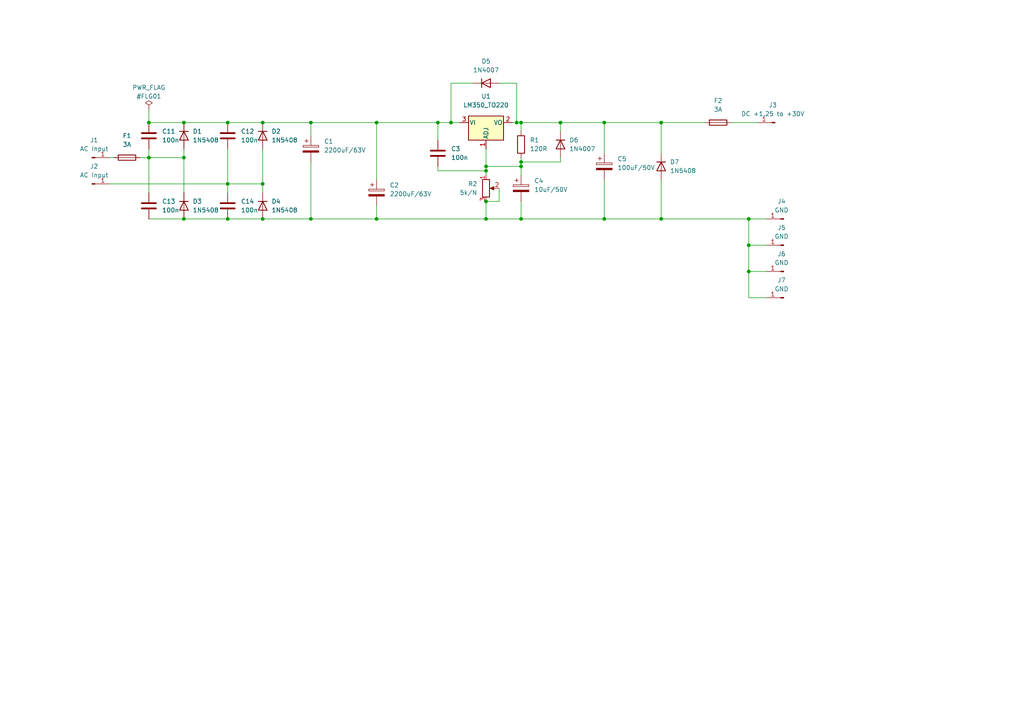
<source format=kicad_sch>
(kicad_sch (version 20211123) (generator eeschema)
  (paper "A4")
  (title_block (title "PSU 3A with LM350") (date "2022-12-29") (rev "0.2") (company "Henryk Paluch"))
  (lib_symbols
    (symbol "Connector:Conn_01x01_Male" (pin_names (offset 1.016) hide)
      (property "Reference" "J" (at 0 2.54 0))
      (property "Value" "Conn_01x01_Male" (at 0 -2.54 0))
      (symbol "Conn_01x01_Male_1_1"
        (polyline (pts (xy 1.27 0) (xy 0.8636 0)) (stroke (width 0.1524)))
        (rectangle (start 0.8636 0.127) (end 0 -0.127) (stroke (width 0.1524)) (fill (type outline)))
        (pin passive line (at 5.08 0 180) (length 3.81) (name "Pin_1") (number "1"))
      )
    )
    (symbol "Device:C" (pin_numbers hide) (pin_names (offset 0.254))
      (property "Reference" "C" (at 0.635 2.54 0))
      (property "Value" "C" (at 0.635 -2.54 0))
      (symbol "C_0_1"
        (polyline (pts (xy -2.032 -0.762) (xy 2.032 -0.762)) (stroke (width 0.508)))
        (polyline (pts (xy -2.032 0.762) (xy 2.032 0.762)) (stroke (width 0.508)))
      )
      (symbol "C_1_1"
        (pin passive line (at 0 3.81 270) (length 2.794) (name "~") (number "1"))
        (pin passive line (at 0 -3.81 90) (length 2.794) (name "~") (number "2"))
      )
    )
    (symbol "Device:C_Polarized" (pin_numbers hide) (pin_names (offset 0.254))
      (property "Reference" "C" (at 0.635 2.54 0))
      (property "Value" "C_Polarized" (at 0.635 -2.54 0))
      (symbol "C_Polarized_0_1"
        (rectangle (start -2.286 0.508) (end 2.286 1.016))
        (polyline (pts (xy -1.778 2.286) (xy -0.762 2.286)))
        (polyline (pts (xy -1.27 2.794) (xy -1.27 1.778)))
        (rectangle (start 2.286 -0.508) (end -2.286 -1.016) (fill (type outline)))
      )
      (symbol "C_Polarized_1_1"
        (pin passive line (at 0 3.81 270) (length 2.794) (name "~") (number "1"))
        (pin passive line (at 0 -3.81 90) (length 2.794) (name "~") (number "2"))
      )
    )
    (symbol "Device:Fuse" (pin_numbers hide) (pin_names (offset 0))
      (property "Reference" "F" (at 2.032 0 90))
      (property "Value" "Fuse" (at -1.905 0 90))
      (symbol "Fuse_0_1"
        (rectangle (start -0.762 -2.54) (end 0.762 2.54) (stroke (width 0.254)))
        (polyline (pts (xy 0 2.54) (xy 0 -2.54)))
      )
      (symbol "Fuse_1_1"
        (pin passive line (at 0 3.81 270) (length 1.27) (name "~") (number "1"))
        (pin passive line (at 0 -3.81 90) (length 1.27) (name "~") (number "2"))
      )
    )
    (symbol "Device:R" (pin_numbers hide) (pin_names (offset 0))
      (property "Reference" "R" (at 2.032 0 90))
      (property "Value" "R" (at 0 0 90))
      (symbol "R_0_1"
        (rectangle (start -1.016 -2.54) (end 1.016 2.54) (stroke (width 0.254)))
      )
      (symbol "R_1_1"
        (pin passive line (at 0 3.81 270) (length 1.27) (name "~") (number "1"))
        (pin passive line (at 0 -3.81 90) (length 1.27) (name "~") (number "2"))
      )
    )
    (symbol "Device:R_Potentiometer" (pin_names (offset 1.016) hide)
      (property "Reference" "RV" (at -4.445 0 90))
      (property "Value" "R_Potentiometer" (at -2.54 0 90))
      (symbol "R_Potentiometer_0_1"
        (polyline (pts (xy 2.54 0) (xy 1.524 0)))
        (polyline (pts (xy 1.143 0) (xy 2.286 0.508) (xy 2.286 -0.508) (xy 1.143 0)) (fill (type outline)))
        (rectangle (start 1.016 2.54) (end -1.016 -2.54) (stroke (width 0.254)))
      )
      (symbol "R_Potentiometer_1_1"
        (pin passive line (at 0 3.81 270) (length 1.27) (name "1") (number "1"))
        (pin passive line (at 3.81 0 180) (length 1.27) (name "2") (number "2"))
        (pin passive line (at 0 -3.81 90) (length 1.27) (name "3") (number "3"))
      )
    )
    (symbol "Diode:1N4007" (pin_numbers hide) (pin_names hide)
      (property "Reference" "D" (at 0 2.54 0))
      (property "Value" "1N4007" (at 0 -2.54 0))
      (symbol "1N4007_0_1"
        (polyline (pts (xy -1.27 1.27) (xy -1.27 -1.27)) (stroke (width 0.254)))
        (polyline (pts (xy 1.27 0) (xy -1.27 0)))
        (polyline (pts (xy 1.27 1.27) (xy 1.27 -1.27) (xy -1.27 0) (xy 1.27 1.27)) (stroke (width 0.254)))
      )
      (symbol "1N4007_1_1"
        (pin passive line (at -3.81 0 0) (length 2.54) (name "K") (number "1"))
        (pin passive line (at 3.81 0 180) (length 2.54) (name "A") (number "2"))
      )
    )
    (symbol "Diode:1N5408" (pin_numbers hide) (pin_names hide)
      (property "Reference" "D" (at 0 2.54 0))
      (property "Value" "1N5408" (at 0 -2.54 0))
      (symbol "1N5408_0_1"
        (polyline (pts (xy -1.27 1.27) (xy -1.27 -1.27)) (stroke (width 0.254)))
        (polyline (pts (xy 1.27 0) (xy -1.27 0)))
        (polyline (pts (xy 1.27 1.27) (xy 1.27 -1.27) (xy -1.27 0) (xy 1.27 1.27)) (stroke (width 0.254)))
      )
      (symbol "1N5408_1_1"
        (pin passive line (at -3.81 0 0) (length 2.54) (name "K") (number "1"))
        (pin passive line (at 3.81 0 180) (length 2.54) (name "A") (number "2"))
      )
    )
    (symbol "Regulator_Linear:LM350_TO220" (pin_names (offset 0.254))
      (property "Reference" "U" (at -3.81 3.175 0))
      (property "Value" "LM350_TO220" (at 0 3.175 0))
      (symbol "LM350_TO220_0_1"
        (rectangle (start -5.08 1.905) (end 5.08 -5.08) (stroke (width 0.254)) (fill (type background)))
      )
      (symbol "LM350_TO220_1_1"
        (pin input line (at 0 -7.62 90) (length 2.54) (name "ADJ") (number "1"))
        (pin power_out line (at 7.62 0 180) (length 2.54) (name "VO") (number "2"))
        (pin power_in line (at -7.62 0 0) (length 2.54) (name "VI") (number "3"))
      )
    )
    (symbol "power:PWR_FLAG" (power) (pin_numbers hide) (pin_names (offset 0) hide)
      (property "Value" "PWR_FLAG" (at 0 3.81 0))
      (symbol "PWR_FLAG_0_0"
        (pin power_out line (at 0 0 90) (length 0) (name "pwr") (number "1"))
      )
      (symbol "PWR_FLAG_0_1"
        (polyline (pts (xy 0 0) (xy 0 1.27) (xy -1.016 1.905) (xy 0 2.54) (xy 1.016 1.905) (xy 0 1.27)))
      )
    )
  )
  (junction (at 140.97 49.53))
  (junction (at 217.17 71.12))
  (junction (at 66.04 35.56))
  (junction (at 162.56 35.56))
  (junction (at 76.2 63.5))
  (junction (at 66.04 53.34))
  (junction (at 109.22 63.5))
  (junction (at 140.97 48.26))
  (junction (at 151.13 46.99))
  (junction (at 53.34 35.56))
  (junction (at 43.18 45.72))
  (junction (at 127 35.56))
  (junction (at 191.77 35.56))
  (junction (at 90.17 63.5))
  (junction (at 109.22 35.56))
  (junction (at 76.2 53.34))
  (junction (at 217.17 78.74))
  (junction (at 191.77 63.5))
  (junction (at 175.26 63.5))
  (junction (at 140.97 63.5))
  (junction (at 151.13 48.26))
  (junction (at 90.17 35.56))
  (junction (at 66.04 63.5))
  (junction (at 76.2 35.56))
  (junction (at 53.34 63.5))
  (junction (at 175.26 35.56))
  (junction (at 149.86 35.56))
  (junction (at 217.17 63.5))
  (junction (at 130.81 35.56))
  (junction (at 140.97 58.42))
  (junction (at 43.18 35.56))
  (junction (at 151.13 63.5))
  (junction (at 53.34 45.72))
  (junction (at 151.13 35.56))
  (wire (pts (xy 53.34 45.72) (xy 53.34 55.88)))
  (wire (pts (xy 151.13 35.56) (xy 162.56 35.56)))
  (wire (pts (xy 43.18 43.18) (xy 43.18 45.72)))
  (wire (pts (xy 40.64 45.72) (xy 43.18 45.72)))
  (wire (pts (xy 66.04 35.56) (xy 76.2 35.56)))
  (wire (pts (xy 76.2 53.34) (xy 76.2 55.88)))
  (wire (pts (xy 140.97 63.5) (xy 151.13 63.5)))
  (wire (pts (xy 90.17 35.56) (xy 90.17 39.37)))
  (wire (pts (xy 127 49.53) (xy 140.97 49.53)))
  (wire (pts (xy 151.13 63.5) (xy 151.13 58.42)))
  (wire (pts (xy 109.22 63.5) (xy 109.22 59.69)))
  (wire (pts (xy 109.22 52.07) (xy 109.22 35.56)))
  (wire (pts (xy 140.97 43.18) (xy 140.97 48.26)))
  (wire (pts (xy 151.13 45.72) (xy 151.13 46.99)))
  (wire (pts (xy 217.17 63.5) (xy 222.25 63.5)))
  (wire (pts (xy 175.26 35.56) (xy 175.26 44.45)))
  (wire (pts (xy 137.16 24.13) (xy 130.81 24.13)))
  (wire (pts (xy 127 48.26) (xy 127 49.53)))
  (wire (pts (xy 66.04 53.34) (xy 76.2 53.34)))
  (wire (pts (xy 144.78 24.13) (xy 149.86 24.13)))
  (wire (pts (xy 140.97 48.26) (xy 151.13 48.26)))
  (wire (pts (xy 43.18 35.56) (xy 53.34 35.56)))
  (wire (pts (xy 127 35.56) (xy 130.81 35.56)))
  (wire (pts (xy 66.04 43.18) (xy 66.04 53.34)))
  (wire (pts (xy 90.17 63.5) (xy 76.2 63.5)))
  (wire (pts (xy 43.18 45.72) (xy 43.18 55.88)))
  (wire (pts (xy 191.77 63.5) (xy 217.17 63.5)))
  (wire (pts (xy 191.77 35.56) (xy 204.47 35.56)))
  (wire (pts (xy 53.34 43.18) (xy 53.34 45.72)))
  (wire (pts (xy 130.81 24.13) (xy 130.81 35.56)))
  (wire (pts (xy 53.34 63.5) (xy 66.04 63.5)))
  (wire (pts (xy 162.56 45.72) (xy 162.56 46.99)))
  (wire (pts (xy 76.2 35.56) (xy 90.17 35.56)))
  (wire (pts (xy 191.77 52.07) (xy 191.77 63.5)))
  (wire (pts (xy 162.56 35.56) (xy 175.26 35.56)))
  (wire (pts (xy 90.17 63.5) (xy 109.22 63.5)))
  (wire (pts (xy 175.26 35.56) (xy 191.77 35.56)))
  (wire (pts (xy 151.13 46.99) (xy 151.13 48.26)))
  (wire (pts (xy 222.25 86.36) (xy 217.17 86.36)))
  (wire (pts (xy 149.86 24.13) (xy 149.86 35.56)))
  (wire (pts (xy 175.26 63.5) (xy 151.13 63.5)))
  (wire (pts (xy 127 35.56) (xy 127 40.64)))
  (wire (pts (xy 140.97 63.5) (xy 140.97 58.42)))
  (wire (pts (xy 162.56 46.99) (xy 151.13 46.99)))
  (wire (pts (xy 212.09 35.56) (xy 219.71 35.56)))
  (wire (pts (xy 43.18 31.75) (xy 43.18 35.56)))
  (wire (pts (xy 217.17 86.36) (xy 217.17 78.74)))
  (wire (pts (xy 191.77 35.56) (xy 191.77 44.45)))
  (wire (pts (xy 66.04 53.34) (xy 66.04 55.88)))
  (wire (pts (xy 191.77 63.5) (xy 175.26 63.5)))
  (wire (pts (xy 140.97 48.26) (xy 140.97 49.53)))
  (wire (pts (xy 151.13 35.56) (xy 151.13 38.1)))
  (wire (pts (xy 43.18 63.5) (xy 53.34 63.5)))
  (wire (pts (xy 66.04 63.5) (xy 76.2 63.5)))
  (wire (pts (xy 151.13 48.26) (xy 151.13 50.8)))
  (wire (pts (xy 53.34 35.56) (xy 66.04 35.56)))
  (wire (pts (xy 162.56 35.56) (xy 162.56 38.1)))
  (wire (pts (xy 31.75 53.34) (xy 66.04 53.34)))
  (wire (pts (xy 90.17 46.99) (xy 90.17 63.5)))
  (wire (pts (xy 148.59 35.56) (xy 149.86 35.56)))
  (wire (pts (xy 109.22 35.56) (xy 127 35.56)))
  (wire (pts (xy 140.97 49.53) (xy 140.97 50.8)))
  (wire (pts (xy 149.86 35.56) (xy 151.13 35.56)))
  (wire (pts (xy 31.75 45.72) (xy 33.02 45.72)))
  (wire (pts (xy 90.17 35.56) (xy 109.22 35.56)))
  (wire (pts (xy 109.22 63.5) (xy 140.97 63.5)))
  (wire (pts (xy 217.17 71.12) (xy 217.17 63.5)))
  (wire (pts (xy 43.18 45.72) (xy 53.34 45.72)))
  (wire (pts (xy 175.26 52.07) (xy 175.26 63.5)))
  (wire (pts (xy 222.25 78.74) (xy 217.17 78.74)))
  (wire (pts (xy 130.81 35.56) (xy 133.35 35.56)))
  (wire (pts (xy 222.25 71.12) (xy 217.17 71.12)))
  (wire (pts (xy 144.78 58.42) (xy 140.97 58.42)))
  (wire (pts (xy 76.2 43.18) (xy 76.2 53.34)))
  (wire (pts (xy 217.17 78.74) (xy 217.17 71.12)))
  (wire (pts (xy 144.78 54.61) (xy 144.78 58.42)))
  (symbol (lib_id "power:PWR_FLAG") (at 43.18 31.75 0) (unit 1)
    (property "Reference" "#FLG01" (at 43.18 27.94 0))
    (property "Value" "PWR_FLAG" (at 43.18 25.4 0))
  )
  (symbol (lib_id "Device:C") (at 66.04 59.69 0) (unit 1)
    (property "Reference" "C14" (at 69.85 58.4199 0) (effects (justify left)))
    (property "Value" "100n" (at 69.85 60.9599 0) (effects (justify left)))
    (property "Footprint" "Capacitor_THT:C_Disc_D8.0mm_W5.0mm_P5.00mm" (effects hide))
  )
  (symbol (lib_id "Device:C_Polarized") (at 90.17 43.18 0) (unit 1)
    (property "Reference" "C1" (at 93.98 41.0209 0) (effects (justify left)))
    (property "Value" "2200uF/63V" (at 93.98 43.5609 0) (effects (justify left)))
    (property "Footprint" "Capacitor_THT:CP_Radial_D18.0mm_P7.50mm" (effects hide))
  )
  (symbol (lib_id "Diode:1N4007") (at 162.56 41.91 270) (unit 1)
    (property "Reference" "D6" (at 165.1 40.6399 90) (effects (justify left)))
    (property "Value" "1N4007" (at 165.1 43.1799 90) (effects (justify left)))
    (property "Footprint" "Diode_THT:D_DO-41_SOD81_P10.16mm_Horizontal" (effects hide))
    (property "Datasheet" "http://www.vishay.com/docs/88503/1n4001.pdf" (effects hide))
  )
  (symbol (lib_id "Diode:1N5408") (at 53.34 39.37 270) (unit 1)
    (property "Reference" "D1" (at 55.88 38.0999 90) (effects (justify left)))
    (property "Value" "1N5408" (at 55.88 40.6399 90) (effects (justify left)))
    (property "Footprint" "Diode_THT:D_DO-201AD_P15.24mm_Horizontal" (effects hide))
    (property "Datasheet" "http://www.vishay.com/docs/88516/1n5400.pdf" (effects hide))
  )
  (symbol (lib_id "Connector:Conn_01x01_Male") (at 26.67 53.34 0) (unit 1)
    (property "Reference" "J2" (at 27.305 48.26 0))
    (property "Value" "AC Input" (at 27.305 50.8 0))
    (property "Footprint" "Connector_PinSocket_2.54mm:PinSocket_1x01_P2.54mm_Vertical" (effects hide))
  )
  (symbol (lib_id "Connector:Conn_01x01_Male") (at 227.33 71.12 180) (unit 1)
    (property "Reference" "J5" (at 226.695 66.04 0))
    (property "Value" "GND" (at 226.695 68.58 0))
    (property "Footprint" "Connector_PinSocket_2.54mm:PinSocket_1x01_P2.54mm_Vertical" (effects hide))
  )
  (symbol (lib_id "Connector:Conn_01x01_Male") (at 224.79 35.56 180) (unit 1)
    (property "Reference" "J3" (at 224.155 30.48 0))
    (property "Value" "DC +1.25 to +30V" (at 224.155 33.02 0))
    (property "Footprint" "Connector_PinSocket_2.54mm:PinSocket_1x01_P2.54mm_Vertical" (effects hide))
  )
  (symbol (lib_id "Device:C") (at 43.18 39.37 0) (unit 1)
    (property "Reference" "C11" (at 46.99 38.0999 0) (effects (justify left)))
    (property "Value" "100n" (at 46.99 40.6399 0) (effects (justify left)))
    (property "Footprint" "Capacitor_THT:C_Disc_D8.0mm_W5.0mm_P5.00mm" (effects hide))
  )
  (symbol (lib_id "Device:C") (at 43.18 59.69 0) (unit 1)
    (property "Reference" "C13" (at 46.99 58.4199 0) (effects (justify left)))
    (property "Value" "100n" (at 46.99 60.9599 0) (effects (justify left)))
    (property "Footprint" "Capacitor_THT:C_Disc_D8.0mm_W5.0mm_P5.00mm" (effects hide))
  )
  (symbol (lib_id "Device:Fuse") (at 36.83 45.72 90) (unit 1)
    (property "Reference" "F1" (at 36.83 39.37 90))
    (property "Value" "3A" (at 36.83 41.91 90))
    (property "Footprint" "Fuse:Fuseholder_Cylinder-5x20mm_Schurter_0031_8201_Horizontal_Open" (effects hide))
  )
  (symbol (lib_id "Diode:1N4007") (at 140.97 24.13 0) (unit 1)
    (property "Reference" "D5" (at 140.97 17.78 0))
    (property "Value" "1N4007" (at 140.97 20.32 0))
    (property "Footprint" "Diode_THT:D_DO-41_SOD81_P10.16mm_Horizontal" (effects hide))
    (property "Datasheet" "http://www.vishay.com/docs/88503/1n4001.pdf" (effects hide))
  )
  (symbol (lib_id "Device:R_Potentiometer") (at 140.97 54.61 0) (unit 1)
    (property "Reference" "R2" (at 138.43 53.3399 0) (effects (justify right)))
    (property "Value" "5k/N" (at 138.43 55.8799 0) (effects (justify right)))
    (property "Footprint" "Potentiometer_THT:Potentiometer_Vishay_148-149_Single_Horizontal" (effects hide))
  )
  (symbol (lib_id "Device:Fuse") (at 208.28 35.56 90) (unit 1)
    (property "Reference" "F2" (at 208.28 29.21 90))
    (property "Value" "3A" (at 208.28 31.75 90))
    (property "Footprint" "Fuse:Fuseholder_Cylinder-5x20mm_Schurter_0031_8201_Horizontal_Open" (effects hide))
  )
  (symbol (lib_id "Device:C_Polarized") (at 175.26 48.26 0) (unit 1)
    (property "Reference" "C5" (at 179.07 46.1009 0) (effects (justify left)))
    (property "Value" "100uF/50V" (at 179.07 48.6409 0) (effects (justify left)))
    (property "Footprint" "Capacitor_THT:CP_Radial_D8.0mm_P3.50mm" (effects hide))
  )
  (symbol (lib_id "Device:C") (at 66.04 39.37 0) (unit 1)
    (property "Reference" "C12" (at 69.85 38.0999 0) (effects (justify left)))
    (property "Value" "100n" (at 69.85 40.6399 0) (effects (justify left)))
    (property "Footprint" "Capacitor_THT:C_Disc_D8.0mm_W5.0mm_P5.00mm" (effects hide))
  )
  (symbol (lib_id "Diode:1N5408") (at 191.77 48.26 270) (unit 1)
    (property "Reference" "D7" (at 194.31 46.9899 90) (effects (justify left)))
    (property "Value" "1N5408" (at 194.31 49.5299 90) (effects (justify left)))
    (property "Footprint" "Diode_THT:D_DO-201AD_P15.24mm_Horizontal" (effects hide))
    (property "Datasheet" "http://www.vishay.com/docs/88516/1n5400.pdf" (effects hide))
  )
  (symbol (lib_id "Connector:Conn_01x01_Male") (at 227.33 63.5 180) (unit 1)
    (property "Reference" "J4" (at 226.695 58.42 0))
    (property "Value" "GND" (at 226.695 60.96 0))
    (property "Footprint" "Connector_PinSocket_2.54mm:PinSocket_1x01_P2.54mm_Vertical" (effects hide))
  )
  (symbol (lib_id "Connector:Conn_01x01_Male") (at 26.67 45.72 0) (unit 1)
    (property "Reference" "J1" (at 27.305 40.64 0))
    (property "Value" "AC Input" (at 27.305 43.18 0))
    (property "Footprint" "Connector_PinSocket_2.54mm:PinSocket_1x01_P2.54mm_Vertical" (effects hide))
  )
  (symbol (lib_id "Device:R") (at 151.13 41.91 0) (unit 1)
    (property "Reference" "R1" (at 153.67 40.6399 0) (effects (justify left)))
    (property "Value" "120R" (at 153.67 43.1799 0) (effects (justify left)))
    (property "Footprint" "Resistor_THT:R_Axial_DIN0207_L6.3mm_D2.5mm_P10.16mm_Horizontal" (effects hide))
  )
  (symbol (lib_id "Device:C_Polarized") (at 151.13 54.61 0) (unit 1)
    (property "Reference" "C4" (at 154.94 52.4509 0) (effects (justify left)))
    (property "Value" "10uF/50V" (at 154.94 54.9909 0) (effects (justify left)))
    (property "Footprint" "Capacitor_THT:CP_Radial_D5.0mm_P2.50mm" (effects hide))
  )
  (symbol (lib_id "Regulator_Linear:LM350_TO220") (at 140.97 35.56 0) (unit 1)
    (property "Reference" "U1" (at 140.97 27.94 0))
    (property "Value" "LM350_TO220" (at 140.97 30.48 0))
    (property "Footprint" "Package_TO_SOT_THT:TO-220-3_Vertical" (effects hide))
    (property "Datasheet" "https://www.onsemi.com/pub/Collateral/LM350-D.pdf" (effects hide))
  )
  (symbol (lib_id "Diode:1N5408") (at 76.2 39.37 270) (unit 1)
    (property "Reference" "D2" (at 78.74 38.0999 90) (effects (justify left)))
    (property "Value" "1N5408" (at 78.74 40.6399 90) (effects (justify left)))
    (property "Footprint" "Diode_THT:D_DO-201AD_P15.24mm_Horizontal" (effects hide))
    (property "Datasheet" "http://www.vishay.com/docs/88516/1n5400.pdf" (effects hide))
  )
  (symbol (lib_id "Device:C_Polarized") (at 109.22 55.88 0) (unit 1)
    (property "Reference" "C2" (at 113.03 53.7209 0) (effects (justify left)))
    (property "Value" "2200uF/63V" (at 113.03 56.2609 0) (effects (justify left)))
    (property "Footprint" "Capacitor_THT:CP_Radial_D18.0mm_P7.50mm" (effects hide))
  )
  (symbol (lib_id "Connector:Conn_01x01_Male") (at 227.33 86.36 180) (unit 1)
    (property "Reference" "J7" (at 226.695 81.28 0))
    (property "Value" "GND" (at 226.695 83.82 0))
    (property "Footprint" "Connector_PinSocket_2.54mm:PinSocket_1x01_P2.54mm_Vertical" (effects hide))
  )
  (symbol (lib_id "Diode:1N5408") (at 53.34 59.69 270) (unit 1)
    (property "Reference" "D3" (at 55.88 58.4199 90) (effects (justify left)))
    (property "Value" "1N5408" (at 55.88 60.9599 90) (effects (justify left)))
    (property "Footprint" "Diode_THT:D_DO-201AD_P15.24mm_Horizontal" (effects hide))
    (property "Datasheet" "http://www.vishay.com/docs/88516/1n5400.pdf" (effects hide))
  )
  (symbol (lib_id "Diode:1N5408") (at 76.2 59.69 270) (unit 1)
    (property "Reference" "D4" (at 78.74 58.4199 90) (effects (justify left)))
    (property "Value" "1N5408" (at 78.74 60.9599 90) (effects (justify left)))
    (property "Footprint" "Diode_THT:D_DO-201AD_P15.24mm_Horizontal" (effects hide))
    (property "Datasheet" "http://www.vishay.com/docs/88516/1n5400.pdf" (effects hide))
  )
  (symbol (lib_id "Connector:Conn_01x01_Male") (at 227.33 78.74 180) (unit 1)
    (property "Reference" "J6" (at 226.695 73.66 0))
    (property "Value" "GND" (at 226.695 76.2 0))
    (property "Footprint" "Connector_PinSocket_2.54mm:PinSocket_1x01_P2.54mm_Vertical" (effects hide))
  )
  (symbol (lib_id "Device:C") (at 127 44.45 0) (unit 1)
    (property "Reference" "C3" (at 130.81 43.1799 0) (effects (justify left)))
    (property "Value" "100n" (at 130.81 45.7199 0) (effects (justify left)))
    (property "Footprint" "Capacitor_THT:C_Disc_D8.0mm_W5.0mm_P5.00mm" (effects hide))
  )
)
</source>
